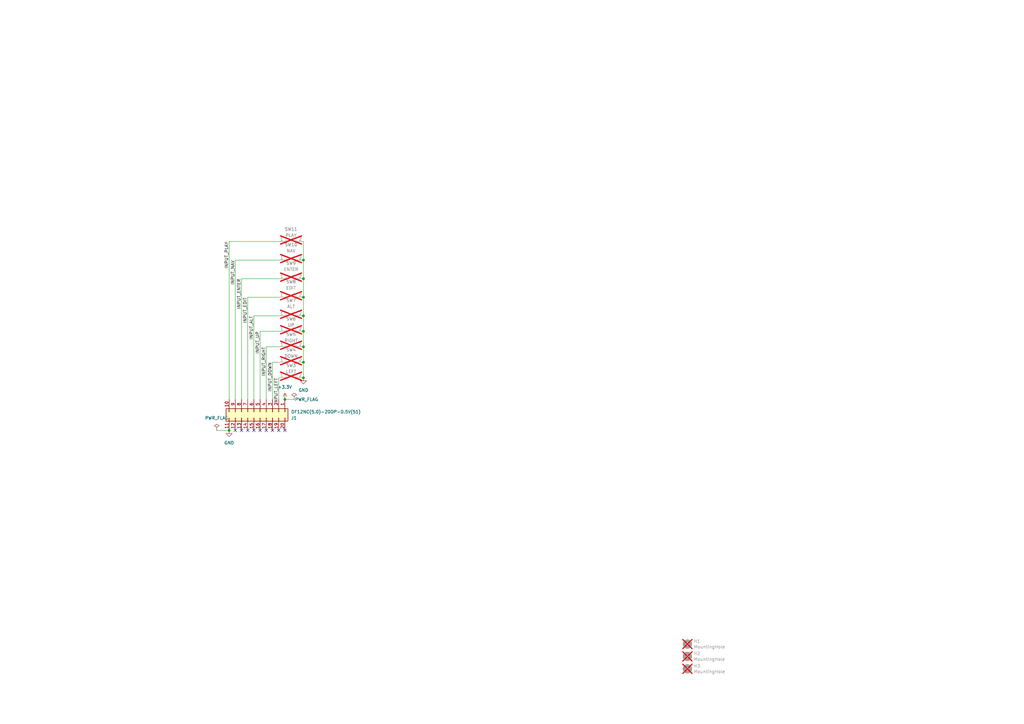
<source format=kicad_sch>
(kicad_sch (version 20231120) (generator "eeschema") (generator_version "8.0")
  (paper "A3")
  (title_block (title "picoTracker") (date "2023-05-03") (rev "REV1"))
  (lib_symbols
    (symbol "Connector_Generic:Conn_02x10_Counter_Clockwise" (pin_names (offset 1.016) hide)
      (property "Reference" "J" (at 1.27 12.7 0))
      (property "Value" "Conn_02x10_Counter_Clockwise" (at 1.27 -15.24 0))
      (symbol "Conn_02x10_Counter_Clockwise_1_1"
        (rectangle (start -1.27 -12.573) (end 0 -12.827) (stroke (width 0.1524)))
        (rectangle (start -1.27 -10.033) (end 0 -10.287) (stroke (width 0.1524)))
        (rectangle (start -1.27 -7.493) (end 0 -7.747) (stroke (width 0.1524)))
        (rectangle (start -1.27 -4.953) (end 0 -5.207) (stroke (width 0.1524)))
        (rectangle (start -1.27 -2.413) (end 0 -2.667) (stroke (width 0.1524)))
        (rectangle (start -1.27 0.127) (end 0 -0.127) (stroke (width 0.1524)))
        (rectangle (start -1.27 2.667) (end 0 2.413) (stroke (width 0.1524)))
        (rectangle (start -1.27 5.207) (end 0 4.953) (stroke (width 0.1524)))
        (rectangle (start -1.27 7.747) (end 0 7.493) (stroke (width 0.1524)))
        (rectangle (start -1.27 10.287) (end 0 10.033) (stroke (width 0.1524)))
        (rectangle (start -1.27 11.43) (end 3.81 -13.97) (stroke (width 0.254)) (fill (type background)))
        (rectangle (start 3.81 -12.573) (end 2.54 -12.827) (stroke (width 0.1524)))
        (rectangle (start 3.81 -10.033) (end 2.54 -10.287) (stroke (width 0.1524)))
        (rectangle (start 3.81 -7.493) (end 2.54 -7.747) (stroke (width 0.1524)))
        (rectangle (start 3.81 -4.953) (end 2.54 -5.207) (stroke (width 0.1524)))
        (rectangle (start 3.81 -2.413) (end 2.54 -2.667) (stroke (width 0.1524)))
        (rectangle (start 3.81 0.127) (end 2.54 -0.127) (stroke (width 0.1524)))
        (rectangle (start 3.81 2.667) (end 2.54 2.413) (stroke (width 0.1524)))
        (rectangle (start 3.81 5.207) (end 2.54 4.953) (stroke (width 0.1524)))
        (rectangle (start 3.81 7.747) (end 2.54 7.493) (stroke (width 0.1524)))
        (rectangle (start 3.81 10.287) (end 2.54 10.033) (stroke (width 0.1524)))
        (pin passive line (at -5.08 10.16 0) (length 3.81) (name "Pin_1") (number "1"))
        (pin passive line (at -5.08 -12.7 0) (length 3.81) (name "Pin_10") (number "10"))
        (pin passive line (at 7.62 -12.7 180) (length 3.81) (name "Pin_11") (number "11"))
        (pin passive line (at 7.62 -10.16 180) (length 3.81) (name "Pin_12") (number "12"))
        (pin passive line (at 7.62 -7.62 180) (length 3.81) (name "Pin_13") (number "13"))
        (pin passive line (at 7.62 -5.08 180) (length 3.81) (name "Pin_14") (number "14"))
        (pin passive line (at 7.62 -2.54 180) (length 3.81) (name "Pin_15") (number "15"))
        (pin passive line (at 7.62 0 180) (length 3.81) (name "Pin_16") (number "16"))
        (pin passive line (at 7.62 2.54 180) (length 3.81) (name "Pin_17") (number "17"))
        (pin passive line (at 7.62 5.08 180) (length 3.81) (name "Pin_18") (number "18"))
        (pin passive line (at 7.62 7.62 180) (length 3.81) (name "Pin_19") (number "19"))
        (pin passive line (at -5.08 7.62 0) (length 3.81) (name "Pin_2") (number "2"))
        (pin passive line (at 7.62 10.16 180) (length 3.81) (name "Pin_20") (number "20"))
        (pin passive line (at -5.08 5.08 0) (length 3.81) (name "Pin_3") (number "3"))
        (pin passive line (at -5.08 2.54 0) (length 3.81) (name "Pin_4") (number "4"))
        (pin passive line (at -5.08 0 0) (length 3.81) (name "Pin_5") (number "5"))
        (pin passive line (at -5.08 -2.54 0) (length 3.81) (name "Pin_6") (number "6"))
        (pin passive line (at -5.08 -5.08 0) (length 3.81) (name "Pin_7") (number "7"))
        (pin passive line (at -5.08 -7.62 0) (length 3.81) (name "Pin_8") (number "8"))
        (pin passive line (at -5.08 -10.16 0) (length 3.81) (name "Pin_9") (number "9"))
      )
    )
    (symbol "Mechanical:MountingHole" (pin_names (offset 1.016))
      (property "Reference" "H" (at 0 5.08 0))
      (property "Value" "MountingHole" (at 0 3.175 0))
      (symbol "MountingHole_0_1"
        (circle (center 0 0) (radius 1.27) (stroke (width 1.27)))
      )
    )
    (symbol "Switch:SW_SPST" (pin_names (offset 0) hide)
      (property "Reference" "SW" (at 0 3.175 0))
      (property "Value" "SW_SPST" (at 0 -2.54 0))
      (symbol "SW_SPST_0_0"
        (circle (center -2.032 0) (radius 0.508))
        (polyline (pts (xy -1.524 0.254) (xy 1.524 1.778)))
        (circle (center 2.032 0) (radius 0.508))
      )
      (symbol "SW_SPST_1_1"
        (pin passive line (at -5.08 0 0) (length 2.54) (name "A") (number "1"))
        (pin passive line (at 5.08 0 180) (length 2.54) (name "B") (number "2"))
      )
    )
    (symbol "power:+3.3V" (power) (pin_names (offset 0))
      (property "Value" "+3.3V" (at 0 3.556 0))
      (symbol "+3.3V_0_1"
        (polyline (pts (xy -0.762 1.27) (xy 0 2.54)))
        (polyline (pts (xy 0 0) (xy 0 2.54)))
        (polyline (pts (xy 0 2.54) (xy 0.762 1.27)))
      )
      (symbol "+3.3V_1_1"
        (pin power_in line (at 0 0 90) (length 0) hide (name "+3.3V") (number "1"))
      )
    )
    (symbol "power:GND" (power) (pin_names (offset 0))
      (property "Value" "GND" (at 0 -3.81 0))
      (symbol "GND_0_1"
        (polyline (pts (xy 0 0) (xy 0 -1.27) (xy 1.27 -1.27) (xy 0 -2.54) (xy -1.27 -1.27) (xy 0 -1.27)))
      )
      (symbol "GND_1_1"
        (pin power_in line (at 0 0 270) (length 0) hide (name "GND") (number "1"))
      )
    )
    (symbol "power:PWR_FLAG" (power) (pin_numbers hide) (pin_names (offset 0) hide)
      (property "Value" "PWR_FLAG" (at 0 3.81 0))
      (symbol "PWR_FLAG_0_0"
        (pin power_out line (at 0 0 90) (length 0) (name "pwr") (number "1"))
      )
      (symbol "PWR_FLAG_0_1"
        (polyline (pts (xy 0 0) (xy 0 1.27) (xy -1.016 1.905) (xy 0 2.54) (xy 1.016 1.905) (xy 0 1.27)))
      )
    )
  )
  (junction (at 93.98 176.53))
  (junction (at 116.84 163.83))
  (junction (at 124.46 121.92))
  (junction (at 124.46 129.54))
  (junction (at 124.46 154.94))
  (junction (at 124.46 148.59))
  (junction (at 124.46 106.68))
  (junction (at 124.46 135.89))
  (junction (at 124.46 114.3))
  (junction (at 124.46 142.24))
  (no_connect (at 99.06 176.53))
  (no_connect (at 104.14 176.53))
  (no_connect (at 111.76 176.53))
  (no_connect (at 96.52 176.53))
  (no_connect (at 116.84 176.53))
  (no_connect (at 101.6 176.53))
  (no_connect (at 109.22 176.53))
  (no_connect (at 114.3 176.53))
  (no_connect (at 106.68 176.53))
  (wire (pts (xy 116.84 163.83) (xy 120.65 163.83)))
  (wire (pts (xy 124.46 142.24) (xy 124.46 148.59)))
  (wire (pts (xy 101.6 121.92) (xy 101.6 163.83)))
  (wire (pts (xy 124.46 135.89) (xy 124.46 142.24)))
  (wire (pts (xy 88.9 176.53) (xy 93.98 176.53)))
  (wire (pts (xy 124.46 121.92) (xy 124.46 129.54)))
  (wire (pts (xy 124.46 106.68) (xy 124.46 114.3)))
  (wire (pts (xy 106.68 135.89) (xy 106.68 163.83)))
  (wire (pts (xy 114.3 99.06) (xy 93.98 99.06)))
  (wire (pts (xy 114.3 121.92) (xy 101.6 121.92)))
  (wire (pts (xy 99.06 114.3) (xy 99.06 163.83)))
  (wire (pts (xy 114.3 114.3) (xy 99.06 114.3)))
  (wire (pts (xy 93.98 99.06) (xy 93.98 163.83)))
  (wire (pts (xy 124.46 129.54) (xy 124.46 135.89)))
  (wire (pts (xy 111.76 148.59) (xy 111.76 163.83)))
  (wire (pts (xy 114.3 106.68) (xy 96.52 106.68)))
  (wire (pts (xy 114.3 142.24) (xy 109.22 142.24)))
  (wire (pts (xy 96.52 106.68) (xy 96.52 163.83)))
  (wire (pts (xy 114.3 148.59) (xy 111.76 148.59)))
  (wire (pts (xy 124.46 148.59) (xy 124.46 154.94)))
  (wire (pts (xy 109.22 142.24) (xy 109.22 163.83)))
  (wire (pts (xy 104.14 129.54) (xy 104.14 163.83)))
  (wire (pts (xy 114.3 154.94) (xy 114.3 163.83)))
  (wire (pts (xy 124.46 114.3) (xy 124.46 121.92)))
  (wire (pts (xy 124.46 99.06) (xy 124.46 106.68)))
  (wire (pts (xy 114.3 135.89) (xy 106.68 135.89)))
  (wire (pts (xy 114.3 129.54) (xy 104.14 129.54)))
  (label "INPUT_DOWN" (at 111.76 148.59 270))
  (label "INPUT_EDIT" (at 101.6 121.92 270))
  (label "INPUT_PLAY" (at 93.98 99.06 270))
  (label "INPUT_ENTER" (at 99.06 114.3 270))
  (label "INPUT_RIGHT" (at 109.22 142.24 270))
  (label "INPUT_ALT" (at 104.14 129.54 270))
  (label "INPUT_LEFT" (at 114.3 154.94 270))
  (label "INPUT_UP" (at 106.68 135.89 270))
  (label "INPUT_NAV" (at 96.52 106.68 270))
  (symbol (lib_id "Mechanical:MountingHole") (at 281.94 264.16 0) (unit 1) (dnp yes)
    (property "Reference" "H1" (at 284.48 262.9916 0) (effects (justify left)))
    (property "Value" "MountingHole" (at 284.48 265.303 0) (effects (justify left)))
    (property "Footprint" "MountingHole:MountingHole_3.2mm_M3" (effects (hide yes)))
  )
  (symbol (lib_id "Mechanical:MountingHole") (at 281.94 269.24 0) (unit 1) (dnp yes)
    (property "Reference" "H2" (at 284.48 268.0716 0) (effects (justify left)))
    (property "Value" "MountingHole" (at 284.48 270.383 0) (effects (justify left)))
    (property "Footprint" "MountingHole:MountingHole_3.2mm_M3" (effects (hide yes)))
  )
  (symbol (lib_id "Mechanical:MountingHole") (at 281.94 274.32 0) (unit 1) (dnp yes)
    (property "Reference" "H3" (at 284.48 273.1516 0) (effects (justify left)))
    (property "Value" "MountingHole" (at 284.48 275.463 0) (effects (justify left)))
    (property "Footprint" "MountingHole:MountingHole_3.2mm_M3" (effects (hide yes)))
  )
  (symbol (lib_id "power:PWR_FLAG") (at 88.9 176.53 0) (unit 1)
    (property "Reference" "#FLG02" (effects (hide yes)))
    (property "Value" "PWR_FLAG" (at 88.9 171.45 0))
  )
  (symbol (lib_id "Switch:SW_SPST") (at 119.38 106.68 0) (unit 1) (dnp yes)
    (property "Reference" "SW10" (at 119.38 100.33 0))
    (property "Value" "NAV" (at 119.38 102.87 0))
    (property "Footprint" "project:Cherry-MX-Low-Profile-kailh" (effects (hide yes)))
    (property "LCSC" "C400229" (effects (hide yes)))
  )
  (symbol (lib_id "Switch:SW_SPST") (at 119.38 114.3 0) (unit 1) (dnp yes)
    (property "Reference" "SW9" (at 119.38 107.95 0))
    (property "Value" "ENTER" (at 119.38 110.49 0))
    (property "Footprint" "project:Cherry-MX-Low-Profile-kailh" (effects (hide yes)))
    (property "LCSC" "C400229" (effects (hide yes)))
  )
  (symbol (lib_id "power:PWR_FLAG") (at 120.65 163.83 0) (unit 1)
    (property "Reference" "#FLG01" (effects (hide yes)))
    (property "Value" "PWR_FLAG" (at 125.73 163.83 0))
  )
  (symbol (lib_id "Switch:SW_SPST") (at 119.38 148.59 0) (unit 1) (dnp yes)
    (property "Reference" "SW4" (at 119.38 143.51 0))
    (property "Value" "DOWN" (at 119.38 146.05 0))
    (property "Footprint" "project:Cherry-MX-Low-Profile-kailh" (effects (hide yes)))
    (property "LCSC" "C400229" (effects (hide yes)))
  )
  (symbol (lib_id "Switch:SW_SPST") (at 119.38 129.54 0) (unit 1) (dnp yes)
    (property "Reference" "SW7" (at 119.38 123.19 0))
    (property "Value" "ALT" (at 119.38 125.73 0))
    (property "Footprint" "project:Cherry-MX-Low-Profile-kailh" (effects (hide yes)))
    (property "LCSC" "C400229" (effects (hide yes)))
  )
  (symbol (lib_id "Switch:SW_SPST") (at 119.38 154.94 0) (unit 1) (dnp yes)
    (property "Reference" "SW3" (at 119.38 149.86 0))
    (property "Value" "LEFT" (at 119.38 152.4 0))
    (property "Footprint" "project:Cherry-MX-Low-Profile-kailh" (effects (hide yes)))
    (property "LCSC" "C400229" (effects (hide yes)))
  )
  (symbol (lib_id "power:+3.3V") (at 116.84 163.83 0) (unit 1)
    (property "Reference" "#PWR02" (effects (hide yes)))
    (property "Value" "+3.3V" (at 116.84 158.75 0))
  )
  (symbol (lib_id "Switch:SW_SPST") (at 119.38 99.06 0) (unit 1) (dnp yes)
    (property "Reference" "SW11" (at 119.38 93.98 0))
    (property "Value" "PLAY" (at 119.38 96.52 0))
    (property "Footprint" "project:Cherry-MX-Low-Profile-kailh" (effects (hide yes)))
    (property "LCSC" "C400229" (effects (hide yes)))
  )
  (symbol (lib_id "Switch:SW_SPST") (at 119.38 142.24 0) (unit 1) (dnp yes)
    (property "Reference" "SW5" (at 119.38 137.16 0))
    (property "Value" "RIGHT" (at 119.38 139.7 0))
    (property "Footprint" "project:Cherry-MX-Low-Profile-kailh" (effects (hide yes)))
    (property "LCSC" "C400229" (effects (hide yes)))
  )
  (symbol (lib_id "Connector_Generic:Conn_02x10_Counter_Clockwise") (at 106.68 168.91 270) (unit 1)
    (property "Reference" "J1" (at 119.38 171.45 90) (effects (justify left)))
    (property "Value" "DF12NC(5.0)-20DP-0.5V(51)" (at 119.38 168.91 90) (effects (justify left)))
    (property "Footprint" "Connector_Hirose:Hirose_DF12_DF12E3.0-20DP-0.5V_2x10_P0.50mm_Vertical" (effects (hide yes)))
    (property "LCSC" "C3650665" (effects (hide yes)))
  )
  (symbol (lib_id "Switch:SW_SPST") (at 119.38 135.89 0) (unit 1) (dnp yes)
    (property "Reference" "SW6" (at 119.38 130.81 0))
    (property "Value" "UP" (at 119.38 133.35 0))
    (property "Footprint" "project:Cherry-MX-Low-Profile-kailh" (effects (hide yes)))
    (property "LCSC" "C400229" (effects (hide yes)))
  )
  (symbol (lib_id "Switch:SW_SPST") (at 119.38 121.92 0) (unit 1) (dnp yes)
    (property "Reference" "SW8" (at 119.38 115.57 0))
    (property "Value" "EDIT" (at 119.38 118.11 0))
    (property "Footprint" "project:Cherry-MX-Low-Profile-kailh" (effects (hide yes)))
    (property "LCSC" "C400229" (effects (hide yes)))
  )
  (symbol (lib_id "power:GND") (at 124.46 154.94 0) (unit 1)
    (property "Reference" "#PWR01" (effects (hide yes)))
    (property "Value" "GND" (at 124.46 160.02 0))
  )
  (symbol (lib_id "power:GND") (at 93.98 176.53 0) (unit 1)
    (property "Reference" "#PWR03" (effects (hide yes)))
    (property "Value" "GND" (at 93.98 181.61 0))
  )
)
</source>
